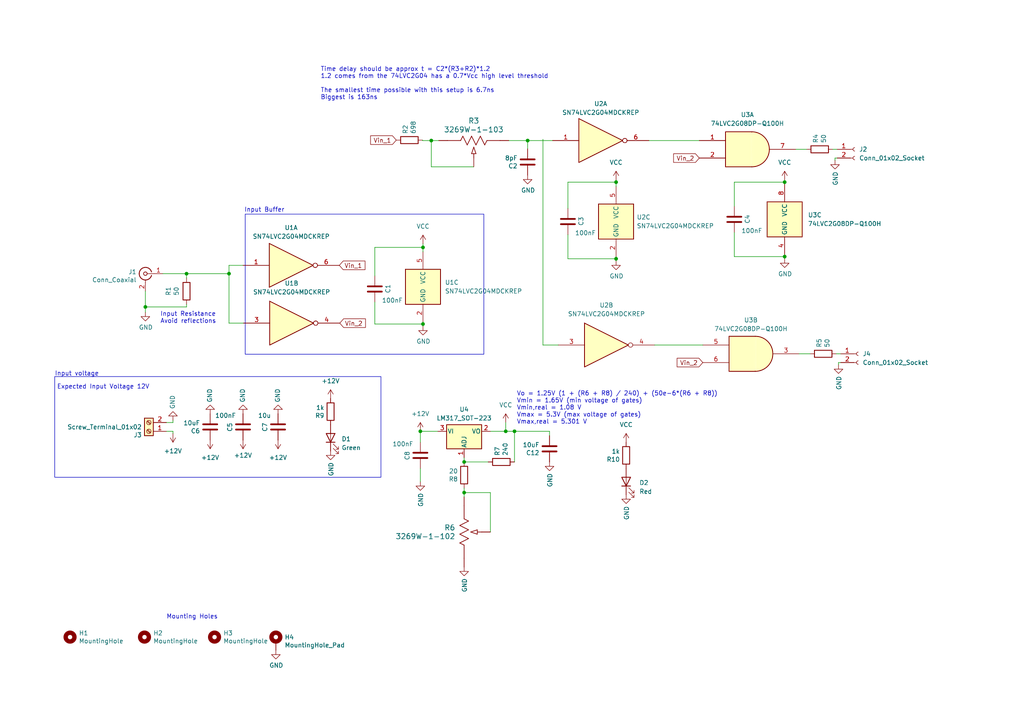
<source format=kicad_sch>
(kicad_sch (version 20230121) (generator eeschema)
  (paper "A4")
  (title_block (title "LED driver v3") (date "2024-02-06") (rev "2") (company "Queen's University"))
  (lib_symbols
    (symbol "2022-07-25_15-25-06:3266W-1-104LF" (pin_numbers hide) (pin_names (offset -1.651) hide)
      (property "Reference" "R?" (at -10.16 2.54 0))
      (property "Value" "3266W-1-104LF" (at -10.16 -1.27 0))
      (symbol "3266W-1-104LF_1_1"
        (polyline (pts (xy 1.905 -1.27) (xy 3.175 -1.905)) (stroke (width 0.2032)))
        (polyline (pts (xy 1.905 1.27) (xy 4.445 0)) (stroke (width 0.2032)))
        (polyline (pts (xy 1.905 3.81) (xy 4.445 2.54)) (stroke (width 0.2032)))
        (polyline (pts (xy 3.175 -1.905) (xy 3.175 -5.715)) (stroke (width 0.2032)))
        (polyline (pts (xy 3.175 5.715) (xy 4.445 5.08)) (stroke (width 0.2032)))
        (polyline (pts (xy 3.175 9.525) (xy 3.175 5.715)) (stroke (width 0.2032)))
        (polyline (pts (xy 4.445 0) (xy 1.905 -1.27)) (stroke (width 0.2032)))
        (polyline (pts (xy 4.445 2.54) (xy 1.905 1.27)) (stroke (width 0.2032)))
        (polyline (pts (xy 4.445 5.08) (xy 1.905 3.81)) (stroke (width 0.2032)))
        (polyline (pts (xy 6.985 1.27) (xy 5.08 1.905)) (stroke (width 0.2032)))
        (polyline (pts (xy 6.985 1.905) (xy 8.255 1.905)) (stroke (width 0.2032)))
        (polyline (pts (xy 6.985 2.54) (xy 5.08 1.905)) (stroke (width 0.2032)))
        (polyline (pts (xy 6.985 2.54) (xy 6.985 1.27)) (stroke (width 0.2032)))
        (pin unspecified line (at 3.175 12.065 270) (length 2.54) (name "1") (number "1"))
        (pin unspecified line (at 10.795 1.905 180) (length 2.54) (name "2") (number "2"))
        (pin unspecified line (at 3.175 -8.255 90) (length 2.54) (name "3") (number "3"))
      )
    )
    (symbol "74xGxx:74LVC2G04"
      (property "Reference" "U" (at 0 7.62 0))
      (property "Value" "74LVC2G04" (at 2.54 -7.62 0))
      (symbol "74LVC2G04_1_1"
        (polyline (pts (xy -7.62 6.35) (xy -7.62 -6.35) (xy 5.08 0) (xy -7.62 6.35)) (stroke (width 0.254)) (fill (type background)))
        (pin input line (at -15.24 0 0) (length 7.62) (name "~") (number "1"))
        (pin output inverted (at 12.7 0 180) (length 7.62) (name "~") (number "6"))
      )
      (symbol "74LVC2G04_2_1"
        (polyline (pts (xy -7.62 6.35) (xy -7.62 -6.35) (xy 5.08 0) (xy -7.62 6.35)) (stroke (width 0.254)) (fill (type background)))
        (pin input line (at -15.24 0 0) (length 7.62) (name "~") (number "3"))
        (pin output inverted (at 12.7 0 180) (length 7.62) (name "~") (number "4"))
      )
      (symbol "74LVC2G04_3_0"
        (rectangle (start -5.08 -5.08) (end 5.08 5.08) (stroke (width 0.254)) (fill (type background)))
      )
      (symbol "74LVC2G04_3_1"
        (pin power_in line (at 0 -10.16 90) (length 5.08) (name "GND") (number "2"))
        (pin power_in line (at 0 10.16 270) (length 5.08) (name "VCC") (number "5"))
      )
    )
    (symbol "74xGxx:74LVC2G08"
      (property "Reference" "U" (at -10.16 7.62 0))
      (property "Value" "74LVC2G08" (at -10.16 -7.62 0))
      (symbol "74LVC2G08_1_1"
        (arc (start 0 -5.08) (mid 5.0579 0) (end 0 5.08) (stroke (width 0.254)) (fill (type background)))
        (polyline (pts (xy 0 -5.08) (xy -7.62 -5.08) (xy -7.62 5.08) (xy 0 5.08)) (stroke (width 0.254)) (fill (type background)))
        (pin input line (at -15.24 2.54 0) (length 7.62) (name "~") (number "1"))
        (pin input line (at -15.24 -2.54 0) (length 7.62) (name "~") (number "2"))
        (pin output line (at 12.7 0 180) (length 7.62) (name "~") (number "7"))
      )
      (symbol "74LVC2G08_2_1"
        (arc (start 0 -5.08) (mid 5.0579 0) (end 0 5.08) (stroke (width 0.254)) (fill (type background)))
        (polyline (pts (xy 0 -5.08) (xy -7.62 -5.08) (xy -7.62 5.08) (xy 0 5.08)) (stroke (width 0.254)) (fill (type background)))
        (pin output line (at 12.7 0 180) (length 7.62) (name "~") (number "3"))
        (pin input line (at -15.24 2.54 0) (length 7.62) (name "~") (number "5"))
        (pin input line (at -15.24 -2.54 0) (length 7.62) (name "~") (number "6"))
      )
      (symbol "74LVC2G08_3_0"
        (rectangle (start -5.08 -5.08) (end 5.08 5.08) (stroke (width 0.254)) (fill (type background)))
      )
      (symbol "74LVC2G08_3_1"
        (pin power_in line (at 0 -10.16 90) (length 5.08) (name "GND") (number "4"))
        (pin power_in line (at 0 10.16 270) (length 5.08) (name "VCC") (number "8"))
      )
    )
    (symbol "Connector:Conn_01x02_Socket" (pin_names (offset 1.016) hide)
      (property "Reference" "J" (at 0 2.54 0))
      (property "Value" "Conn_01x02_Socket" (at 0 -5.08 0))
      (symbol "Conn_01x02_Socket_1_1"
        (arc (start 0 -2.032) (mid -0.5058 -2.54) (end 0 -3.048) (stroke (width 0.1524)))
        (polyline (pts (xy -1.27 -2.54) (xy -0.508 -2.54)) (stroke (width 0.1524)))
        (polyline (pts (xy -1.27 0) (xy -0.508 0)) (stroke (width 0.1524)))
        (arc (start 0 0.508) (mid -0.5058 0) (end 0 -0.508) (stroke (width 0.1524)))
        (pin passive line (at -5.08 0 0) (length 3.81) (name "Pin_1") (number "1"))
        (pin passive line (at -5.08 -2.54 0) (length 3.81) (name "Pin_2") (number "2"))
      )
    )
    (symbol "Connector:Conn_Coaxial" (pin_names (offset 1.016) hide)
      (property "Reference" "J" (at 0.254 3.048 0))
      (property "Value" "Conn_Coaxial" (at 2.921 0 90))
      (symbol "Conn_Coaxial_0_1"
        (arc (start -1.778 -0.508) (mid 0.2311 -1.8066) (end 1.778 0) (stroke (width 0.254)))
        (polyline (pts (xy -2.54 0) (xy -0.508 0)))
        (polyline (pts (xy 0 -2.54) (xy 0 -1.778)))
        (circle (center 0 0) (radius 0.508) (stroke (width 0.2032)))
        (arc (start 1.778 0) (mid 0.2099 1.8101) (end -1.778 0.508) (stroke (width 0.254)))
      )
      (symbol "Conn_Coaxial_1_1"
        (pin passive line (at -5.08 0 0) (length 2.54) (name "In") (number "1"))
        (pin passive line (at 0 -5.08 90) (length 2.54) (name "Ext") (number "2"))
      )
    )
    (symbol "Connector:Screw_Terminal_01x02" (pin_names (offset 1.016) hide)
      (property "Reference" "J" (at 0 2.54 0))
      (property "Value" "Screw_Terminal_01x02" (at 0 -5.08 0))
      (symbol "Screw_Terminal_01x02_1_1"
        (rectangle (start -1.27 1.27) (end 1.27 -3.81) (stroke (width 0.254)) (fill (type background)))
        (circle (center 0 -2.54) (radius 0.635) (stroke (width 0.1524)))
        (polyline (pts (xy -0.5334 -2.2098) (xy 0.3302 -3.048)) (stroke (width 0.1524)))
        (polyline (pts (xy -0.5334 0.3302) (xy 0.3302 -0.508)) (stroke (width 0.1524)))
        (polyline (pts (xy -0.3556 -2.032) (xy 0.508 -2.8702)) (stroke (width 0.1524)))
        (polyline (pts (xy -0.3556 0.508) (xy 0.508 -0.3302)) (stroke (width 0.1524)))
        (circle (center 0 0) (radius 0.635) (stroke (width 0.1524)))
        (pin passive line (at -5.08 0 0) (length 3.81) (name "Pin_1") (number "1"))
        (pin passive line (at -5.08 -2.54 0) (length 3.81) (name "Pin_2") (number "2"))
      )
    )
    (symbol "Device:C" (pin_numbers hide) (pin_names (offset 0.254))
      (property "Reference" "C" (at 0.635 2.54 0))
      (property "Value" "C" (at 0.635 -2.54 0))
      (symbol "C_0_1"
        (polyline (pts (xy -2.032 -0.762) (xy 2.032 -0.762)) (stroke (width 0.508)))
        (polyline (pts (xy -2.032 0.762) (xy 2.032 0.762)) (stroke (width 0.508)))
      )
      (symbol "C_1_1"
        (pin passive line (at 0 3.81 270) (length 2.794) (name "~") (number "1"))
        (pin passive line (at 0 -3.81 90) (length 2.794) (name "~") (number "2"))
      )
    )
    (symbol "Device:LED" (pin_numbers hide) (pin_names (offset 1.016) hide)
      (property "Reference" "D" (at 0 2.54 0))
      (property "Value" "LED" (at 0 -2.54 0))
      (symbol "LED_0_1"
        (polyline (pts (xy -1.27 -1.27) (xy -1.27 1.27)) (stroke (width 0.254)))
        (polyline (pts (xy -1.27 0) (xy 1.27 0)))
        (polyline (pts (xy 1.27 -1.27) (xy 1.27 1.27) (xy -1.27 0) (xy 1.27 -1.27)) (stroke (width 0.254)))
        (polyline (pts (xy -3.048 -0.762) (xy -4.572 -2.286) (xy -3.81 -2.286) (xy -4.572 -2.286) (xy -4.572 -1.524)))
        (polyline (pts (xy -1.778 -0.762) (xy -3.302 -2.286) (xy -2.54 -2.286) (xy -3.302 -2.286) (xy -3.302 -1.524)))
      )
      (symbol "LED_1_1"
        (pin passive line (at -3.81 0 0) (length 2.54) (name "K") (number "1"))
        (pin passive line (at 3.81 0 180) (length 2.54) (name "A") (number "2"))
      )
    )
    (symbol "Device:R" (pin_numbers hide) (pin_names (offset 0))
      (property "Reference" "R" (at 2.032 0 90))
      (property "Value" "R" (at 0 0 90))
      (symbol "R_0_1"
        (rectangle (start -1.016 -2.54) (end 1.016 2.54) (stroke (width 0.254)))
      )
      (symbol "R_1_1"
        (pin passive line (at 0 3.81 270) (length 1.27) (name "~") (number "1"))
        (pin passive line (at 0 -3.81 90) (length 1.27) (name "~") (number "2"))
      )
    )
    (symbol "Mechanical:MountingHole" (pin_names (offset 1.016))
      (property "Reference" "H" (at 0 5.08 0))
      (property "Value" "MountingHole" (at 0 3.175 0))
      (symbol "MountingHole_0_1"
        (circle (center 0 0) (radius 1.27) (stroke (width 1.27)))
      )
    )
    (symbol "Mechanical:MountingHole_Pad" (pin_numbers hide) (pin_names (offset 1.016) hide)
      (property "Reference" "H" (at 0 6.35 0))
      (property "Value" "MountingHole_Pad" (at 0 4.445 0))
      (symbol "MountingHole_Pad_0_1"
        (circle (center 0 1.27) (radius 1.27) (stroke (width 1.27)))
      )
      (symbol "MountingHole_Pad_1_1"
        (pin input line (at 0 -2.54 90) (length 2.54) (name "1") (number "1"))
      )
    )
    (symbol "Regulator_Linear:LM317_SOT-223" (pin_names (offset 0.254))
      (property "Reference" "U" (at -3.81 3.175 0))
      (property "Value" "LM317_SOT-223" (at 0 3.175 0))
      (symbol "LM317_SOT-223_0_1"
        (rectangle (start -5.08 1.905) (end 5.08 -5.08) (stroke (width 0.254)) (fill (type background)))
      )
      (symbol "LM317_SOT-223_1_1"
        (pin input line (at 0 -7.62 90) (length 2.54) (name "ADJ") (number "1"))
        (pin power_out line (at 7.62 0 180) (length 2.54) (name "VO") (number "2"))
        (pin power_in line (at -7.62 0 0) (length 2.54) (name "VI") (number "3"))
      )
    )
    (symbol "power:+12V" (power) (pin_names (offset 0))
      (property "Value" "+12V" (at 0 3.556 0))
      (symbol "+12V_0_1"
        (polyline (pts (xy -0.762 1.27) (xy 0 2.54)))
        (polyline (pts (xy 0 0) (xy 0 2.54)))
        (polyline (pts (xy 0 2.54) (xy 0.762 1.27)))
      )
      (symbol "+12V_1_1"
        (pin power_in line (at 0 0 90) (length 0) hide (name "+12V") (number "1"))
      )
    )
    (symbol "power:GND" (power) (pin_names (offset 0))
      (property "Value" "GND" (at 0 -3.81 0))
      (symbol "GND_0_1"
        (polyline (pts (xy 0 0) (xy 0 -1.27) (xy 1.27 -1.27) (xy 0 -2.54) (xy -1.27 -1.27) (xy 0 -1.27)))
      )
      (symbol "GND_1_1"
        (pin power_in line (at 0 0 270) (length 0) hide (name "GND") (number "1"))
      )
    )
    (symbol "power:VCC" (power) (pin_names (offset 0))
      (property "Value" "VCC" (at 0 3.81 0))
      (symbol "VCC_0_1"
        (polyline (pts (xy -0.762 1.27) (xy 0 2.54)))
        (polyline (pts (xy 0 0) (xy 0 2.54)))
        (polyline (pts (xy 0 2.54) (xy 0.762 1.27)))
      )
      (symbol "VCC_1_1"
        (pin power_in line (at 0 0 90) (length 0) hide (name "VCC") (number "1"))
      )
    )
  )
  (junction (at 227.584 74.422))
  (junction (at 227.584 52.832))
  (junction (at 66.421 79.375))
  (junction (at 134.62 133.985))
  (junction (at 134.62 142.875))
  (junction (at 149.225 125.095))
  (junction (at 54.102 79.375))
  (junction (at 122.682 93.98))
  (junction (at 121.92 125.095))
  (junction (at 122.682 71.755))
  (junction (at 178.689 52.832))
  (junction (at 178.689 75.057))
  (junction (at 153.035 40.767))
  (junction (at 125.095 40.767))
  (junction (at 42.164 89.027))
  (junction (at 146.685 125.095))
  (wire (pts (xy 242.189 45.847) (xy 242.824 45.847)))
  (wire (pts (xy 47.244 79.375) (xy 54.102 79.375)))
  (wire (pts (xy 146.685 125.095) (xy 149.225 125.095)))
  (wire (pts (xy 146.685 122.555) (xy 146.685 125.095)))
  (wire (pts (xy 178.689 52.197) (xy 178.689 52.832)))
  (wire (pts (xy 127.254 40.767) (xy 125.095 40.767)))
  (wire (pts (xy 122.682 71.755) (xy 122.682 73.025)))
  (wire (pts (xy 178.689 75.057) (xy 178.689 75.692)))
  (wire (pts (xy 164.719 60.452) (xy 164.719 52.832)))
  (wire (pts (xy 157.48 100.076) (xy 161.925 100.076)))
  (wire (pts (xy 122.555 40.767) (xy 122.555 40.64)))
  (wire (pts (xy 142.24 125.095) (xy 146.685 125.095)))
  (wire (pts (xy 212.979 67.437) (xy 212.979 74.422)))
  (wire (pts (xy 108.712 93.98) (xy 108.712 87.63)))
  (wire (pts (xy 227.584 74.422) (xy 227.584 75.057)))
  (wire (pts (xy 122.682 93.345) (xy 122.682 93.98)))
  (wire (pts (xy 134.62 142.875) (xy 142.24 142.875)))
  (wire (pts (xy 212.979 59.817) (xy 212.979 52.832)))
  (wire (pts (xy 212.979 52.832) (xy 227.584 52.832)))
  (wire (pts (xy 137.414 48.387) (xy 125.095 48.387)))
  (wire (pts (xy 241.554 43.307) (xy 242.824 43.307)))
  (wire (pts (xy 122.682 93.98) (xy 122.682 94.615)))
  (wire (pts (xy 147.574 40.767) (xy 153.035 40.767)))
  (wire (pts (xy 54.102 80.645) (xy 54.102 79.375)))
  (wire (pts (xy 227.584 52.832) (xy 227.584 53.467)))
  (wire (pts (xy 54.102 79.375) (xy 66.421 79.375)))
  (wire (pts (xy 164.719 68.072) (xy 164.719 75.057)))
  (wire (pts (xy 54.102 89.027) (xy 42.164 89.027)))
  (wire (pts (xy 227.584 52.197) (xy 227.584 52.832)))
  (wire (pts (xy 70.485 76.962) (xy 66.421 76.962)))
  (wire (pts (xy 50.165 122.555) (xy 48.26 122.555)))
  (wire (pts (xy 54.102 88.265) (xy 54.102 89.027)))
  (wire (pts (xy 188.214 40.767) (xy 202.819 40.767)))
  (wire (pts (xy 243.205 105.156) (xy 243.84 105.156)))
  (wire (pts (xy 134.62 132.715) (xy 134.62 133.985)))
  (wire (pts (xy 134.62 133.985) (xy 141.605 133.985)))
  (wire (pts (xy 164.719 52.832) (xy 178.689 52.832)))
  (wire (pts (xy 66.421 76.962) (xy 66.421 79.375)))
  (wire (pts (xy 70.612 93.726) (xy 66.421 93.726)))
  (wire (pts (xy 142.24 154.305) (xy 142.24 142.875)))
  (wire (pts (xy 50.165 125.73) (xy 50.165 125.095)))
  (wire (pts (xy 122.682 70.739) (xy 122.682 71.755)))
  (wire (pts (xy 134.62 142.875) (xy 134.62 144.145)))
  (wire (pts (xy 50.165 122.555) (xy 50.165 121.92)))
  (wire (pts (xy 108.712 71.755) (xy 122.682 71.755)))
  (wire (pts (xy 178.689 52.832) (xy 178.689 54.102)))
  (wire (pts (xy 125.095 40.767) (xy 122.555 40.767)))
  (wire (pts (xy 212.979 74.422) (xy 227.584 74.422)))
  (wire (pts (xy 242.57 102.616) (xy 243.84 102.616)))
  (wire (pts (xy 125.095 48.387) (xy 125.095 40.767)))
  (wire (pts (xy 121.92 139.7) (xy 121.92 135.89)))
  (wire (pts (xy 122.682 93.98) (xy 108.712 93.98)))
  (wire (pts (xy 42.164 89.027) (xy 42.164 90.551)))
  (wire (pts (xy 242.189 46.482) (xy 242.189 45.847)))
  (wire (pts (xy 243.205 105.791) (xy 243.205 105.156)))
  (wire (pts (xy 189.865 100.076) (xy 203.835 100.076)))
  (wire (pts (xy 153.035 43.18) (xy 153.035 40.767)))
  (wire (pts (xy 231.775 102.616) (xy 234.95 102.616)))
  (wire (pts (xy 178.689 74.422) (xy 178.689 75.057)))
  (wire (pts (xy 149.225 133.985) (xy 149.225 125.095)))
  (wire (pts (xy 42.164 84.455) (xy 42.164 89.027)))
  (wire (pts (xy 108.712 80.01) (xy 108.712 71.755)))
  (wire (pts (xy 50.165 125.095) (xy 48.26 125.095)))
  (wire (pts (xy 159.385 126.365) (xy 159.385 125.095)))
  (wire (pts (xy 157.48 40.386) (xy 157.48 100.076)))
  (wire (pts (xy 153.035 40.767) (xy 160.274 40.767)))
  (wire (pts (xy 164.719 75.057) (xy 178.689 75.057)))
  (wire (pts (xy 230.759 43.307) (xy 233.934 43.307)))
  (wire (pts (xy 227.584 73.787) (xy 227.584 74.422)))
  (wire (pts (xy 121.92 128.27) (xy 121.92 125.095)))
  (wire (pts (xy 66.421 93.726) (xy 66.421 79.375)))
  (wire (pts (xy 149.225 125.095) (xy 159.385 125.095)))
  (wire (pts (xy 134.62 141.605) (xy 134.62 142.875)))
  (wire (pts (xy 121.92 125.095) (xy 127 125.095)))
  (rectangle (start 15.875 109.22) (end 110.49 138.43))
  (rectangle (start 71.12 62.103) (end 140.335 102.743))
  (text "Time delay should be approx t = C2*(R3+R2)*1.2\n1.2 comes from the 74LVC2G04 has a 0.7*Vcc high level threshold\n\nThe smallest time possible with this setup is 6.7ns\nBiggest is 163ns\n" (at 92.964 29.083 0) (effects (font (size 1.27 1.27)) (justify left bottom)))
  (text "Input Buffer" (at 70.866 61.722 0) (effects (font (size 1.27 1.27)) (justify left bottom)))
  (text "Input Resistance\nAvoid reflections" (at 46.482 93.98 0) (effects (font (size 1.27 1.27)) (justify left bottom)))
  (text "Vo = 1.25V (1 + (R6 + R8) / 240) + (50e-6*(R6 + R8))\nVmin = 1.65V (min voltage of gates)\nVmin,real = 1.08 V\nVmax = 5.3V (max voltage of gates)\nVmax,real = 5.301 V" (at 149.86 123.19 0) (effects (font (size 1.27 1.27)) (justify left bottom)))
  (text "Mounting Holes\n" (at 48.26 179.705 0) (effects (font (size 1.27 1.27)) (justify left bottom)))
  (text "Input voltage\n" (at 15.875 109.22 0) (effects (font (size 1.27 1.27)) (justify left bottom)))
  (text "Expected Input Voltage 12V" (at 16.51 113.03 0) (effects (font (size 1.27 1.27)) (justify left bottom)))
  (global_label "Vin_2" (shape input) (at 98.552 93.726 0) (property "Intersheetrefs" "${INTERSHEET_REFS}" (effects hide)))
  (global_label "Vin_2" (shape input) (at 203.835 105.156 180) (property "Intersheetrefs" "${INTERSHEET_REFS}" (effects hide)))
  (global_label "Vin_1" (shape input) (at 98.425 76.962 0) (property "Intersheetrefs" "${INTERSHEET_REFS}" (effects hide)))
  (global_label "Vin_2" (shape input) (at 202.819 45.847 180) (property "Intersheetrefs" "${INTERSHEET_REFS}" (effects hide)))
  (global_label "Vin_1" (shape input) (at 114.935 40.64 180) (property "Intersheetrefs" "${INTERSHEET_REFS}" (effects hide)))
  (symbol (lib_id "Device:R") (at 118.745 40.64 90) (unit 1)
    (property "Reference" "R2" (at 117.5766 38.862 0) (effects (justify left)))
    (property "Value" "698" (at 119.888 38.862 0) (effects (justify left)))
    (property "Footprint" "Resistor_SMD:R_0603_1608Metric_Pad0.98x0.95mm_HandSolder" (effects hide))
  )
  (symbol (lib_id "Device:C") (at 153.035 46.99 180) (unit 1)
    (property "Reference" "C2" (at 150.114 48.1584 0) (effects (justify left)))
    (property "Value" "8pF" (at 150.114 45.847 0) (effects (justify left)))
    (property "Footprint" "Capacitor_SMD:C_0603_1608Metric_Pad1.08x0.95mm_HandSolder" (effects hide))
  )
  (symbol (lib_id "Device:R") (at 237.744 43.307 90) (unit 1)
    (property "Reference" "R4" (at 236.5756 41.529 0) (effects (justify left)))
    (property "Value" "50" (at 238.887 41.529 0) (effects (justify left)))
    (property "Footprint" "Resistor_SMD:R_0603_1608Metric_Pad0.98x0.95mm_HandSolder" (effects hide))
  )
  (symbol (lib_id "Device:R") (at 54.102 84.455 0) (unit 1)
    (property "Reference" "R1" (at 48.8442 84.455 90))
    (property "Value" "50" (at 51.1556 84.455 90))
    (property "Footprint" "Capacitor_SMD:C_1206_3216Metric_Pad1.33x1.80mm_HandSolder" (effects hide))
  )
  (symbol (lib_id "Connector:Conn_Coaxial") (at 42.164 79.375 0) (mirror y) (unit 1)
    (property "Reference" "J1" (at 39.624 78.867 0) (effects (justify left)))
    (property "Value" "Conn_Coaxial" (at 39.624 81.1784 0) (effects (justify left)))
    (property "Footprint" "Connector_Coaxial:SMA_Amphenol_901-144_Vertical" (effects hide))
    (property "Datasheet" " ~" (effects hide))
  )
  (symbol (lib_id "power:GND") (at 42.164 90.551 0) (unit 1)
    (property "Reference" "#PWR01" (effects hide))
    (property "Value" "GND" (at 42.291 94.9452 0))
  )
  (symbol (lib_id "Device:C") (at 60.96 123.825 180) (unit 1)
    (property "Reference" "C6" (at 58.039 124.9934 0) (effects (justify left)))
    (property "Value" "10uF" (at 58.039 122.682 0) (effects (justify left)))
    (property "Footprint" "Capacitor_SMD:C_0805_2012Metric_Pad1.18x1.45mm_HandSolder" (effects hide))
  )
  (symbol (lib_id "Connector:Screw_Terminal_01x02") (at 43.18 125.095 180) (unit 1)
    (property "Reference" "J3" (at 41.148 126.1618 0) (effects (justify left)))
    (property "Value" "Screw_Terminal_01x02" (at 41.148 123.8504 0) (effects (justify left)))
    (property "Footprint" "TerminalBlock:TerminalBlock_bornier-2_P5.08mm" (effects hide))
  )
  (symbol (lib_id "power:GND") (at 50.165 121.92 180) (unit 1)
    (property "Reference" "#PWR017" (effects hide))
    (property "Value" "GND" (at 50.038 118.6688 90) (effects (justify right)))
  )
  (symbol (lib_id "Mechanical:MountingHole") (at 20.32 184.785 0) (unit 1)
    (property "Reference" "H1" (at 22.86 183.6166 0) (effects (justify left)))
    (property "Value" "MountingHole" (at 22.86 185.928 0) (effects (justify left)))
    (property "Footprint" "MountingHole:MountingHole_3.2mm_M3" (effects hide))
  )
  (symbol (lib_id "Mechanical:MountingHole_Pad") (at 80.01 186.055 0) (unit 1)
    (property "Reference" "H4" (at 82.55 184.8104 0) (effects (justify left)))
    (property "Value" "MountingHole_Pad" (at 82.55 187.1218 0) (effects (justify left)))
    (property "Footprint" "MountingHole:MountingHole_3.2mm_M3_DIN965_Pad" (effects hide))
  )
  (symbol (lib_id "power:GND") (at 80.01 188.595 0) (unit 1)
    (property "Reference" "#PWR02" (effects hide))
    (property "Value" "GND" (at 80.137 192.9892 0))
  )
  (symbol (lib_id "Mechanical:MountingHole") (at 41.91 184.785 0) (unit 1)
    (property "Reference" "H2" (at 44.45 183.6166 0) (effects (justify left)))
    (property "Value" "MountingHole" (at 44.45 185.928 0) (effects (justify left)))
    (property "Footprint" "MountingHole:MountingHole_3.2mm_M3" (effects hide))
  )
  (symbol (lib_id "Mechanical:MountingHole") (at 62.23 184.785 0) (unit 1)
    (property "Reference" "H3" (at 64.77 183.6166 0) (effects (justify left)))
    (property "Value" "MountingHole" (at 64.77 185.928 0) (effects (justify left)))
    (property "Footprint" "MountingHole:MountingHole_3.2mm_M3" (effects hide))
  )
  (symbol (lib_id "power:GND") (at 159.385 133.985 0) (unit 1)
    (property "Reference" "#PWR023" (effects hide))
    (property "Value" "GND" (at 159.512 137.2362 90) (effects (justify right)))
  )
  (symbol (lib_id "74xGxx:74LVC2G04") (at 177.165 100.076 0) (unit 2)
    (property "Reference" "U2" (at 175.895 88.519 0))
    (property "Value" "SN74LVC2G04MDCKREP" (at 175.895 91.059 0))
    (property "Footprint" "Package_TO_SOT_SMD:SOT-363_SC-70-6" (effects hide))
    (property "Datasheet" "http://www.ti.com/lit/sg/scyt129e/scyt129e.pdf" (effects hide))
    (property "URL" "https://www.digikey.ca/en/products/detail/texas-instruments/SN74LVC2G04MDCKREP/1628995" (effects hide))
  )
  (symbol (lib_id "power:GND") (at 243.205 105.791 0) (unit 1)
    (property "Reference" "#PWR010" (effects hide))
    (property "Value" "GND" (at 243.332 109.0422 90) (effects (justify right)))
  )
  (symbol (lib_id "74xGxx:74LVC2G08") (at 219.075 102.616 0) (unit 2)
    (property "Reference" "U3" (at 217.7939 92.837 0))
    (property "Value" "74LVC2G08DP-Q100H" (at 217.7939 95.377 0))
    (property "Footprint" "Package_SO:TSSOP-8_3x3mm_P0.65mm" (effects hide))
    (property "Datasheet" "http://www.ti.com/lit/sg/scyt129e/scyt129e.pdf" (effects hide))
    (property "URL" "https://www.digikey.ca/en/products/detail/nexperia-usa-inc/74LVC2G08DP-Q100H/4289022" (effects hide))
  )
  (symbol (lib_id "2022-07-25_15-25-06:3266W-1-104LF") (at 131.445 156.21 0) (unit 1)
    (property "Reference" "R6" (at 132.08 153.035 0) (effects (font (size 1.524 1.524)) (justify right)))
    (property "Value" "3269W-1-102" (at 132.08 155.575 0) (effects (font (size 1.524 1.524)) (justify right)))
    (property "Footprint" "Potentiometer_SMD:Potentiometer_Bourns_3269W_Vertical" (effects hide))
    (property "URL" "https://www.digikey.ca/en/products/detail/bourns-inc/3269W-1-103/2535566" (effects hide))
  )
  (symbol (lib_id "2022-07-25_15-25-06:3266W-1-104LF") (at 135.509 37.592 270) (unit 1)
    (property "Reference" "R3" (at 137.414 35.052 90) (effects (font (size 1.524 1.524))))
    (property "Value" "3269W-1-103" (at 137.414 37.592 90) (effects (font (size 1.524 1.524))))
    (property "Footprint" "Potentiometer_SMD:Potentiometer_Bourns_3269W_Vertical" (effects hide))
    (property "URL" "https://www.digikey.ca/en/products/detail/bourns-inc/3269W-1-103/2535566" (effects hide))
  )
  (symbol (lib_id "Device:C") (at 164.719 64.262 0) (unit 1)
    (property "Reference" "C3" (at 168.529 65.532 90) (effects (justify left)))
    (property "Value" "100nF" (at 166.751 67.564 0) (effects (justify left)))
    (property "Footprint" "Capacitor_SMD:C_0603_1608Metric_Pad1.08x0.95mm_HandSolder" (effects hide))
  )
  (symbol (lib_id "power:+12V") (at 80.645 127.635 180) (unit 1)
    (property "Reference" "#PWR026" (effects hide))
    (property "Value" "+12V" (at 80.645 132.715 0))
  )
  (symbol (lib_id "Device:LED") (at 181.61 139.7 90) (unit 1)
    (property "Reference" "D2" (at 185.42 140.0175 90) (effects (justify right)))
    (property "Value" "Red" (at 185.42 142.5575 90) (effects (justify right)))
    (property "Footprint" "LED_SMD:LED_0805_2012Metric_Pad1.15x1.40mm_HandSolder" (effects hide))
  )
  (symbol (lib_id "power:VCC") (at 181.61 128.27 0) (unit 1)
    (property "Reference" "#PWR028" (effects hide))
    (property "Value" "VCC" (at 181.61 123.19 0))
  )
  (symbol (lib_id "Device:C") (at 159.385 130.175 180) (unit 1)
    (property "Reference" "C12" (at 156.464 131.3434 0) (effects (justify left)))
    (property "Value" "10uF" (at 156.464 129.032 0) (effects (justify left)))
    (property "Footprint" "Capacitor_SMD:C_0805_2012Metric_Pad1.18x1.45mm_HandSolder" (effects hide))
  )
  (symbol (lib_id "power:GND") (at 122.682 94.615 0) (unit 1)
    (property "Reference" "#PWR04" (effects hide))
    (property "Value" "GND" (at 122.809 99.0092 0))
  )
  (symbol (lib_id "Device:C") (at 80.645 123.825 180) (unit 1)
    (property "Reference" "C7" (at 76.835 122.555 90) (effects (justify left)))
    (property "Value" "10u" (at 78.613 120.523 0) (effects (justify left)))
    (property "Footprint" "Capacitor_THT:CP_Radial_D6.3mm_P2.50mm" (effects hide))
  )
  (symbol (lib_id "power:VCC") (at 122.682 70.739 0) (unit 1)
    (property "Reference" "#PWR03" (effects hide))
    (property "Value" "VCC" (at 122.682 65.659 0))
  )
  (symbol (lib_id "Device:C") (at 70.485 123.825 180) (unit 1)
    (property "Reference" "C5" (at 66.675 122.555 90) (effects (justify left)))
    (property "Value" "100nF" (at 68.453 120.523 0) (effects (justify left)))
    (property "Footprint" "Capacitor_SMD:C_0603_1608Metric_Pad1.08x0.95mm_HandSolder" (effects hide))
  )
  (symbol (lib_id "power:VCC") (at 178.689 52.197 0) (unit 1)
    (property "Reference" "#PWR06" (effects hide))
    (property "Value" "VCC" (at 178.689 47.117 0))
  )
  (symbol (lib_id "power:+12V") (at 50.165 125.73 180) (unit 1)
    (property "Reference" "#PWR011" (effects hide))
    (property "Value" "+12V" (at 50.165 130.81 0))
  )
  (symbol (lib_id "power:GND") (at 60.96 120.015 180) (unit 1)
    (property "Reference" "#PWR015" (effects hide))
    (property "Value" "GND" (at 60.833 116.7638 90) (effects (justify right)))
  )
  (symbol (lib_id "74xGxx:74LVC2G08") (at 218.059 43.307 0) (unit 1)
    (property "Reference" "U3" (at 216.7779 33.274 0))
    (property "Value" "74LVC2G08DP-Q100H" (at 216.7779 35.814 0))
    (property "Footprint" "Package_SO:TSSOP-8_3x3mm_P0.65mm" (effects hide))
    (property "Datasheet" "http://www.ti.com/lit/sg/scyt129e/scyt129e.pdf" (effects hide))
    (property "URL" "https://www.digikey.ca/en/products/detail/nexperia-usa-inc/74LVC2G08DP-Q100H/4289022" (effects hide))
  )
  (symbol (lib_id "74xGxx:74LVC2G04") (at 85.852 93.726 0) (unit 2)
    (property "Reference" "U1" (at 84.582 82.169 0))
    (property "Value" "SN74LVC2G04MDCKREP" (at 84.582 84.709 0))
    (property "Footprint" "Package_TO_SOT_SMD:SOT-363_SC-70-6" (effects hide))
    (property "Datasheet" "http://www.ti.com/lit/sg/scyt129e/scyt129e.pdf" (effects hide))
    (property "Url" "https://www.digikey.ca/en/products/detail/texas-instruments/SN74LVC2G04MDCKREP/1628995" (effects hide))
  )
  (symbol (lib_id "Connector:Conn_01x02_Socket") (at 247.904 43.307 0) (unit 1)
    (property "Reference" "J2" (at 249.174 43.307 0) (effects (justify left)))
    (property "Value" "Conn_01x02_Socket" (at 249.174 45.847 0) (effects (justify left)))
    (property "Footprint" "LED_THT:LED_D5.0mm_Horizontal_O3.81mm_Z9.0mm" (effects hide))
  )
  (symbol (lib_id "74xGxx:74LVC2G08") (at 227.584 63.627 0) (unit 3)
    (property "Reference" "U3" (at 234.315 62.357 0) (effects (justify left)))
    (property "Value" "74LVC2G08DP-Q100H" (at 234.315 64.897 0) (effects (justify left)))
    (property "Footprint" "Package_SO:TSSOP-8_3x3mm_P0.65mm" (effects hide))
    (property "Datasheet" "http://www.ti.com/lit/sg/scyt129e/scyt129e.pdf" (effects hide))
    (property "URL" "https://www.digikey.ca/en/products/detail/nexperia-usa-inc/74LVC2G08DP-Q100H/4289022" (effects hide))
  )
  (symbol (lib_id "Device:R") (at 95.885 119.38 180) (unit 1)
    (property "Reference" "R9" (at 94.107 120.5484 0) (effects (justify left)))
    (property "Value" "1k" (at 94.107 118.237 0) (effects (justify left)))
    (property "Footprint" "Resistor_SMD:R_0603_1608Metric_Pad0.98x0.95mm_HandSolder" (effects hide))
  )
  (symbol (lib_id "power:GND") (at 242.189 46.482 0) (unit 1)
    (property "Reference" "#PWR013" (effects hide))
    (property "Value" "GND" (at 242.316 49.7332 90) (effects (justify right)))
  )
  (symbol (lib_id "74xGxx:74LVC2G04") (at 122.682 83.185 0) (unit 3)
    (property "Reference" "U1" (at 129.032 81.915 0) (effects (justify left)))
    (property "Value" "SN74LVC2G04MDCKREP" (at 129.032 84.455 0) (effects (justify left)))
    (property "Footprint" "Package_TO_SOT_SMD:SOT-363_SC-70-6" (effects hide))
    (property "Datasheet" "http://www.ti.com/lit/sg/scyt129e/scyt129e.pdf" (effects hide))
    (property "Url" "https://www.digikey.ca/en/products/detail/texas-instruments/SN74LVC2G04MDCKREP/1628995" (effects hide))
  )
  (symbol (lib_id "power:GND") (at 121.92 139.7 0) (unit 1)
    (property "Reference" "#PWR021" (effects hide))
    (property "Value" "GND" (at 122.047 142.9512 90) (effects (justify right)))
  )
  (symbol (lib_id "Device:LED") (at 95.885 127 90) (unit 1)
    (property "Reference" "D1" (at 99.06 127.3175 90) (effects (justify right)))
    (property "Value" "Green" (at 99.06 129.8575 90) (effects (justify right)))
    (property "Footprint" "LED_SMD:LED_0805_2012Metric_Pad1.15x1.40mm_HandSolder" (effects hide))
  )
  (symbol (lib_id "power:GND") (at 95.885 130.81 0) (unit 1)
    (property "Reference" "#PWR020" (effects hide))
    (property "Value" "GND" (at 96.012 134.0612 90) (effects (justify right)))
  )
  (symbol (lib_id "Device:R") (at 134.62 137.795 180) (unit 1)
    (property "Reference" "R8" (at 132.842 138.9634 0) (effects (justify left)))
    (property "Value" "20" (at 132.842 136.652 0) (effects (justify left)))
    (property "Footprint" "Resistor_SMD:R_0603_1608Metric_Pad0.98x0.95mm_HandSolder" (effects hide))
  )
  (symbol (lib_id "power:VCC") (at 227.584 52.197 0) (unit 1)
    (property "Reference" "#PWR08" (effects hide))
    (property "Value" "VCC" (at 227.584 47.117 0))
  )
  (symbol (lib_id "power:GND") (at 178.689 75.692 0) (unit 1)
    (property "Reference" "#PWR07" (effects hide))
    (property "Value" "GND" (at 178.816 80.0862 0))
  )
  (symbol (lib_id "power:GND") (at 80.645 120.015 180) (unit 1)
    (property "Reference" "#PWR019" (effects hide))
    (property "Value" "GND" (at 80.518 116.7638 90) (effects (justify right)))
  )
  (symbol (lib_id "power:GND") (at 153.035 50.8 0) (unit 1)
    (property "Reference" "#PWR05" (effects hide))
    (property "Value" "GND" (at 153.162 55.1942 0))
  )
  (symbol (lib_id "Device:C") (at 108.712 83.82 0) (unit 1)
    (property "Reference" "C1" (at 112.522 85.09 90) (effects (justify left)))
    (property "Value" "100nF" (at 110.744 87.122 0) (effects (justify left)))
    (property "Footprint" "Capacitor_SMD:C_0603_1608Metric_Pad1.08x0.95mm_HandSolder" (effects hide))
  )
  (symbol (lib_id "Device:R") (at 145.415 133.985 90) (unit 1)
    (property "Reference" "R7" (at 144.2466 132.207 0) (effects (justify left)))
    (property "Value" "240" (at 146.558 132.207 0) (effects (justify left)))
    (property "Footprint" "Resistor_SMD:R_0603_1608Metric_Pad0.98x0.95mm_HandSolder" (effects hide))
  )
  (symbol (lib_id "Connector:Conn_01x02_Socket") (at 248.92 102.616 0) (unit 1)
    (property "Reference" "J4" (at 250.19 102.616 0) (effects (justify left)))
    (property "Value" "Conn_01x02_Socket" (at 250.19 105.156 0) (effects (justify left)))
    (property "Footprint" "LED_THT:LED_D5.0mm_Horizontal_O3.81mm_Z9.0mm" (effects hide))
  )
  (symbol (lib_id "Device:R") (at 181.61 132.08 180) (unit 1)
    (property "Reference" "R10" (at 179.832 133.2484 0) (effects (justify left)))
    (property "Value" "1k" (at 179.832 130.937 0) (effects (justify left)))
    (property "Footprint" "Resistor_SMD:R_0603_1608Metric_Pad0.98x0.95mm_HandSolder" (effects hide))
  )
  (symbol (lib_id "74xGxx:74LVC2G04") (at 175.514 40.767 0) (unit 1)
    (property "Reference" "U2" (at 174.244 30.099 0))
    (property "Value" "SN74LVC2G04MDCKREP" (at 174.244 32.639 0))
    (property "Footprint" "Package_TO_SOT_SMD:SOT-363_SC-70-6" (effects hide))
    (property "Datasheet" "http://www.ti.com/lit/sg/scyt129e/scyt129e.pdf" (effects hide))
    (property "URL" "https://www.digikey.ca/en/products/detail/texas-instruments/SN74LVC2G04MDCKREP/1628995" (effects hide))
  )
  (symbol (lib_id "Device:C") (at 212.979 63.627 0) (unit 1)
    (property "Reference" "C4" (at 216.789 64.897 90) (effects (justify left)))
    (property "Value" "100nF" (at 215.011 66.929 0) (effects (justify left)))
    (property "Footprint" "Capacitor_SMD:C_0603_1608Metric_Pad1.08x0.95mm_HandSolder" (effects hide))
  )
  (symbol (lib_id "power:GND") (at 227.584 75.057 0) (unit 1)
    (property "Reference" "#PWR09" (effects hide))
    (property "Value" "GND" (at 227.711 79.4512 0))
  )
  (symbol (lib_id "power:+12V") (at 121.92 125.095 0) (unit 1)
    (property "Reference" "#PWR030" (effects hide))
    (property "Value" "+12V" (at 121.92 120.015 0))
  )
  (symbol (lib_id "power:+12V") (at 70.485 127.635 180) (unit 1)
    (property "Reference" "#PWR016" (effects hide))
    (property "Value" "+12V" (at 70.485 132.08 0))
  )
  (symbol (lib_id "Device:C") (at 121.92 132.08 180) (unit 1)
    (property "Reference" "C8" (at 118.11 130.81 90) (effects (justify left)))
    (property "Value" "100nF" (at 119.888 128.778 0) (effects (justify left)))
    (property "Footprint" "Capacitor_SMD:C_0603_1608Metric_Pad1.08x0.95mm_HandSolder" (effects hide))
  )
  (symbol (lib_id "power:GND") (at 181.61 143.51 0) (unit 1)
    (property "Reference" "#PWR029" (effects hide))
    (property "Value" "GND" (at 181.737 146.7612 90) (effects (justify right)))
  )
  (symbol (lib_id "74xGxx:74LVC2G04") (at 85.725 76.962 0) (unit 1)
    (property "Reference" "U1" (at 84.455 66.04 0))
    (property "Value" "SN74LVC2G04MDCKREP" (at 84.455 68.58 0))
    (property "Footprint" "Package_TO_SOT_SMD:SOT-363_SC-70-6" (effects hide))
    (property "Datasheet" "http://www.ti.com/lit/sg/scyt129e/scyt129e.pdf" (effects hide))
    (property "Url" "https://www.digikey.ca/en/products/detail/texas-instruments/SN74LVC2G04MDCKREP/1628995" (effects hide))
  )
  (symbol (lib_id "power:+12V") (at 60.96 127.635 180) (unit 1)
    (property "Reference" "#PWR014" (effects hide))
    (property "Value" "+12V" (at 60.96 132.715 0))
  )
  (symbol (lib_id "74xGxx:74LVC2G04") (at 178.689 64.262 0) (unit 3)
    (property "Reference" "U2" (at 184.658 62.992 0) (effects (justify left)))
    (property "Value" "SN74LVC2G04MDCKREP" (at 184.658 65.532 0) (effects (justify left)))
    (property "Footprint" "Package_TO_SOT_SMD:SOT-363_SC-70-6" (effects hide))
    (property "Datasheet" "http://www.ti.com/lit/sg/scyt129e/scyt129e.pdf" (effects hide))
    (property "URL" "https://www.digikey.ca/en/products/detail/texas-instruments/SN74LVC2G04MDCKREP/1628995" (effects hide))
  )
  (symbol (lib_id "power:GND") (at 134.62 164.465 0) (unit 1)
    (property "Reference" "#PWR018" (effects hide))
    (property "Value" "GND" (at 134.747 167.7162 90) (effects (justify right)))
  )
  (symbol (lib_id "Device:R") (at 238.76 102.616 90) (unit 1)
    (property "Reference" "R5" (at 237.5916 100.838 0) (effects (justify left)))
    (property "Value" "50" (at 239.903 100.838 0) (effects (justify left)))
    (property "Footprint" "Resistor_SMD:R_0603_1608Metric_Pad0.98x0.95mm_HandSolder" (effects hide))
  )
  (symbol (lib_id "power:+12V") (at 95.885 115.57 0) (unit 1)
    (property "Reference" "#PWR027" (effects hide))
    (property "Value" "+12V" (at 95.885 110.49 0))
  )
  (symbol (lib_id "power:GND") (at 70.485 120.015 180) (unit 1)
    (property "Reference" "#PWR012" (effects hide))
    (property "Value" "GND" (at 70.358 116.7638 90) (effects (justify right)))
  )
  (symbol (lib_id "power:VCC") (at 146.685 122.555 0) (unit 1)
    (property "Reference" "#PWR022" (effects hide))
    (property "Value" "VCC" (at 146.685 117.475 0))
  )
  (symbol (lib_id "Regulator_Linear:LM317_SOT-223") (at 134.62 125.095 0) (unit 1)
    (property "Reference" "U4" (at 134.62 118.745 0))
    (property "Value" "LM317_SOT-223" (at 134.62 121.285 0))
    (property "Footprint" "Package_TO_SOT_SMD:SOT-223-3_TabPin2" (effects hide))
    (property "Datasheet" "http://www.ti.com/lit/ds/symlink/lm317.pdf" (effects hide))
  )
)
</source>
